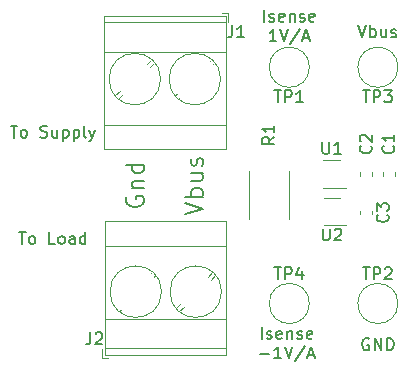
<source format=gto>
%TF.GenerationSoftware,KiCad,Pcbnew,(5.1.6)-1*%
%TF.CreationDate,2020-08-13T16:19:10+01:00*%
%TF.ProjectId,current_sense,63757272-656e-4745-9f73-656e73652e6b,rev?*%
%TF.SameCoordinates,Original*%
%TF.FileFunction,Legend,Top*%
%TF.FilePolarity,Positive*%
%FSLAX46Y46*%
G04 Gerber Fmt 4.6, Leading zero omitted, Abs format (unit mm)*
G04 Created by KiCad (PCBNEW (5.1.6)-1) date 2020-08-13 16:19:10*
%MOMM*%
%LPD*%
G01*
G04 APERTURE LIST*
%ADD10C,0.150000*%
%ADD11C,0.120000*%
G04 APERTURE END LIST*
D10*
X107119047Y-93952380D02*
X107690476Y-93952380D01*
X107404761Y-94952380D02*
X107404761Y-93952380D01*
X108166666Y-94952380D02*
X108071428Y-94904761D01*
X108023809Y-94857142D01*
X107976190Y-94761904D01*
X107976190Y-94476190D01*
X108023809Y-94380952D01*
X108071428Y-94333333D01*
X108166666Y-94285714D01*
X108309523Y-94285714D01*
X108404761Y-94333333D01*
X108452380Y-94380952D01*
X108500000Y-94476190D01*
X108500000Y-94761904D01*
X108452380Y-94857142D01*
X108404761Y-94904761D01*
X108309523Y-94952380D01*
X108166666Y-94952380D01*
X110166666Y-94952380D02*
X109690476Y-94952380D01*
X109690476Y-93952380D01*
X110642857Y-94952380D02*
X110547619Y-94904761D01*
X110500000Y-94857142D01*
X110452380Y-94761904D01*
X110452380Y-94476190D01*
X110500000Y-94380952D01*
X110547619Y-94333333D01*
X110642857Y-94285714D01*
X110785714Y-94285714D01*
X110880952Y-94333333D01*
X110928571Y-94380952D01*
X110976190Y-94476190D01*
X110976190Y-94761904D01*
X110928571Y-94857142D01*
X110880952Y-94904761D01*
X110785714Y-94952380D01*
X110642857Y-94952380D01*
X111833333Y-94952380D02*
X111833333Y-94428571D01*
X111785714Y-94333333D01*
X111690476Y-94285714D01*
X111500000Y-94285714D01*
X111404761Y-94333333D01*
X111833333Y-94904761D02*
X111738095Y-94952380D01*
X111500000Y-94952380D01*
X111404761Y-94904761D01*
X111357142Y-94809523D01*
X111357142Y-94714285D01*
X111404761Y-94619047D01*
X111500000Y-94571428D01*
X111738095Y-94571428D01*
X111833333Y-94523809D01*
X112738095Y-94952380D02*
X112738095Y-93952380D01*
X112738095Y-94904761D02*
X112642857Y-94952380D01*
X112452380Y-94952380D01*
X112357142Y-94904761D01*
X112309523Y-94857142D01*
X112261904Y-94761904D01*
X112261904Y-94476190D01*
X112309523Y-94380952D01*
X112357142Y-94333333D01*
X112452380Y-94285714D01*
X112642857Y-94285714D01*
X112738095Y-94333333D01*
X106404761Y-84952380D02*
X106976190Y-84952380D01*
X106690476Y-85952380D02*
X106690476Y-84952380D01*
X107452380Y-85952380D02*
X107357142Y-85904761D01*
X107309523Y-85857142D01*
X107261904Y-85761904D01*
X107261904Y-85476190D01*
X107309523Y-85380952D01*
X107357142Y-85333333D01*
X107452380Y-85285714D01*
X107595238Y-85285714D01*
X107690476Y-85333333D01*
X107738095Y-85380952D01*
X107785714Y-85476190D01*
X107785714Y-85761904D01*
X107738095Y-85857142D01*
X107690476Y-85904761D01*
X107595238Y-85952380D01*
X107452380Y-85952380D01*
X108928571Y-85904761D02*
X109071428Y-85952380D01*
X109309523Y-85952380D01*
X109404761Y-85904761D01*
X109452380Y-85857142D01*
X109500000Y-85761904D01*
X109500000Y-85666666D01*
X109452380Y-85571428D01*
X109404761Y-85523809D01*
X109309523Y-85476190D01*
X109119047Y-85428571D01*
X109023809Y-85380952D01*
X108976190Y-85333333D01*
X108928571Y-85238095D01*
X108928571Y-85142857D01*
X108976190Y-85047619D01*
X109023809Y-85000000D01*
X109119047Y-84952380D01*
X109357142Y-84952380D01*
X109500000Y-85000000D01*
X110357142Y-85285714D02*
X110357142Y-85952380D01*
X109928571Y-85285714D02*
X109928571Y-85809523D01*
X109976190Y-85904761D01*
X110071428Y-85952380D01*
X110214285Y-85952380D01*
X110309523Y-85904761D01*
X110357142Y-85857142D01*
X110833333Y-85285714D02*
X110833333Y-86285714D01*
X110833333Y-85333333D02*
X110928571Y-85285714D01*
X111119047Y-85285714D01*
X111214285Y-85333333D01*
X111261904Y-85380952D01*
X111309523Y-85476190D01*
X111309523Y-85761904D01*
X111261904Y-85857142D01*
X111214285Y-85904761D01*
X111119047Y-85952380D01*
X110928571Y-85952380D01*
X110833333Y-85904761D01*
X111738095Y-85285714D02*
X111738095Y-86285714D01*
X111738095Y-85333333D02*
X111833333Y-85285714D01*
X112023809Y-85285714D01*
X112119047Y-85333333D01*
X112166666Y-85380952D01*
X112214285Y-85476190D01*
X112214285Y-85761904D01*
X112166666Y-85857142D01*
X112119047Y-85904761D01*
X112023809Y-85952380D01*
X111833333Y-85952380D01*
X111738095Y-85904761D01*
X112785714Y-85952380D02*
X112690476Y-85904761D01*
X112642857Y-85809523D01*
X112642857Y-84952380D01*
X113071428Y-85285714D02*
X113309523Y-85952380D01*
X113547619Y-85285714D02*
X113309523Y-85952380D01*
X113214285Y-86190476D01*
X113166666Y-86238095D01*
X113071428Y-86285714D01*
X121178571Y-92464285D02*
X122678571Y-91964285D01*
X121178571Y-91464285D01*
X122678571Y-90964285D02*
X121178571Y-90964285D01*
X121750000Y-90964285D02*
X121678571Y-90821428D01*
X121678571Y-90535714D01*
X121750000Y-90392857D01*
X121821428Y-90321428D01*
X121964285Y-90250000D01*
X122392857Y-90250000D01*
X122535714Y-90321428D01*
X122607142Y-90392857D01*
X122678571Y-90535714D01*
X122678571Y-90821428D01*
X122607142Y-90964285D01*
X121678571Y-88964285D02*
X122678571Y-88964285D01*
X121678571Y-89607142D02*
X122464285Y-89607142D01*
X122607142Y-89535714D01*
X122678571Y-89392857D01*
X122678571Y-89178571D01*
X122607142Y-89035714D01*
X122535714Y-88964285D01*
X122607142Y-88321428D02*
X122678571Y-88178571D01*
X122678571Y-87892857D01*
X122607142Y-87750000D01*
X122464285Y-87678571D01*
X122392857Y-87678571D01*
X122250000Y-87750000D01*
X122178571Y-87892857D01*
X122178571Y-88107142D01*
X122107142Y-88250000D01*
X121964285Y-88321428D01*
X121892857Y-88321428D01*
X121750000Y-88250000D01*
X121678571Y-88107142D01*
X121678571Y-87892857D01*
X121750000Y-87750000D01*
X116250000Y-90964285D02*
X116178571Y-91107142D01*
X116178571Y-91321428D01*
X116250000Y-91535714D01*
X116392857Y-91678571D01*
X116535714Y-91750000D01*
X116821428Y-91821428D01*
X117035714Y-91821428D01*
X117321428Y-91750000D01*
X117464285Y-91678571D01*
X117607142Y-91535714D01*
X117678571Y-91321428D01*
X117678571Y-91178571D01*
X117607142Y-90964285D01*
X117535714Y-90892857D01*
X117035714Y-90892857D01*
X117035714Y-91178571D01*
X116678571Y-90250000D02*
X117678571Y-90250000D01*
X116821428Y-90250000D02*
X116750000Y-90178571D01*
X116678571Y-90035714D01*
X116678571Y-89821428D01*
X116750000Y-89678571D01*
X116892857Y-89607142D01*
X117678571Y-89607142D01*
X117678571Y-88250000D02*
X116178571Y-88250000D01*
X117607142Y-88250000D02*
X117678571Y-88392857D01*
X117678571Y-88678571D01*
X117607142Y-88821428D01*
X117535714Y-88892857D01*
X117392857Y-88964285D01*
X116964285Y-88964285D01*
X116821428Y-88892857D01*
X116750000Y-88821428D01*
X116678571Y-88678571D01*
X116678571Y-88392857D01*
X116750000Y-88250000D01*
X127674952Y-103005380D02*
X127674952Y-102005380D01*
X128103523Y-102957761D02*
X128198761Y-103005380D01*
X128389238Y-103005380D01*
X128484476Y-102957761D01*
X128532095Y-102862523D01*
X128532095Y-102814904D01*
X128484476Y-102719666D01*
X128389238Y-102672047D01*
X128246380Y-102672047D01*
X128151142Y-102624428D01*
X128103523Y-102529190D01*
X128103523Y-102481571D01*
X128151142Y-102386333D01*
X128246380Y-102338714D01*
X128389238Y-102338714D01*
X128484476Y-102386333D01*
X129341619Y-102957761D02*
X129246380Y-103005380D01*
X129055904Y-103005380D01*
X128960666Y-102957761D01*
X128913047Y-102862523D01*
X128913047Y-102481571D01*
X128960666Y-102386333D01*
X129055904Y-102338714D01*
X129246380Y-102338714D01*
X129341619Y-102386333D01*
X129389238Y-102481571D01*
X129389238Y-102576809D01*
X128913047Y-102672047D01*
X129817809Y-102338714D02*
X129817809Y-103005380D01*
X129817809Y-102433952D02*
X129865428Y-102386333D01*
X129960666Y-102338714D01*
X130103523Y-102338714D01*
X130198761Y-102386333D01*
X130246380Y-102481571D01*
X130246380Y-103005380D01*
X130674952Y-102957761D02*
X130770190Y-103005380D01*
X130960666Y-103005380D01*
X131055904Y-102957761D01*
X131103523Y-102862523D01*
X131103523Y-102814904D01*
X131055904Y-102719666D01*
X130960666Y-102672047D01*
X130817809Y-102672047D01*
X130722571Y-102624428D01*
X130674952Y-102529190D01*
X130674952Y-102481571D01*
X130722571Y-102386333D01*
X130817809Y-102338714D01*
X130960666Y-102338714D01*
X131055904Y-102386333D01*
X131913047Y-102957761D02*
X131817809Y-103005380D01*
X131627333Y-103005380D01*
X131532095Y-102957761D01*
X131484476Y-102862523D01*
X131484476Y-102481571D01*
X131532095Y-102386333D01*
X131627333Y-102338714D01*
X131817809Y-102338714D01*
X131913047Y-102386333D01*
X131960666Y-102481571D01*
X131960666Y-102576809D01*
X131484476Y-102672047D01*
X127555904Y-104274428D02*
X128317809Y-104274428D01*
X129317809Y-104655380D02*
X128746380Y-104655380D01*
X129032095Y-104655380D02*
X129032095Y-103655380D01*
X128936857Y-103798238D01*
X128841619Y-103893476D01*
X128746380Y-103941095D01*
X129603523Y-103655380D02*
X129936857Y-104655380D01*
X130270190Y-103655380D01*
X131317809Y-103607761D02*
X130460666Y-104893476D01*
X131603523Y-104369666D02*
X132079714Y-104369666D01*
X131508285Y-104655380D02*
X131841619Y-103655380D01*
X132174952Y-104655380D01*
X135857142Y-76452380D02*
X136190476Y-77452380D01*
X136523809Y-76452380D01*
X136857142Y-77452380D02*
X136857142Y-76452380D01*
X136857142Y-76833333D02*
X136952380Y-76785714D01*
X137142857Y-76785714D01*
X137238095Y-76833333D01*
X137285714Y-76880952D01*
X137333333Y-76976190D01*
X137333333Y-77261904D01*
X137285714Y-77357142D01*
X137238095Y-77404761D01*
X137142857Y-77452380D01*
X136952380Y-77452380D01*
X136857142Y-77404761D01*
X138190476Y-76785714D02*
X138190476Y-77452380D01*
X137761904Y-76785714D02*
X137761904Y-77309523D01*
X137809523Y-77404761D01*
X137904761Y-77452380D01*
X138047619Y-77452380D01*
X138142857Y-77404761D01*
X138190476Y-77357142D01*
X138619047Y-77404761D02*
X138714285Y-77452380D01*
X138904761Y-77452380D01*
X139000000Y-77404761D01*
X139047619Y-77309523D01*
X139047619Y-77261904D01*
X139000000Y-77166666D01*
X138904761Y-77119047D01*
X138761904Y-77119047D01*
X138666666Y-77071428D01*
X138619047Y-76976190D01*
X138619047Y-76928571D01*
X138666666Y-76833333D01*
X138761904Y-76785714D01*
X138904761Y-76785714D01*
X139000000Y-76833333D01*
X136738095Y-103000000D02*
X136642857Y-102952380D01*
X136500000Y-102952380D01*
X136357142Y-103000000D01*
X136261904Y-103095238D01*
X136214285Y-103190476D01*
X136166666Y-103380952D01*
X136166666Y-103523809D01*
X136214285Y-103714285D01*
X136261904Y-103809523D01*
X136357142Y-103904761D01*
X136500000Y-103952380D01*
X136595238Y-103952380D01*
X136738095Y-103904761D01*
X136785714Y-103857142D01*
X136785714Y-103523809D01*
X136595238Y-103523809D01*
X137214285Y-103952380D02*
X137214285Y-102952380D01*
X137785714Y-103952380D01*
X137785714Y-102952380D01*
X138261904Y-103952380D02*
X138261904Y-102952380D01*
X138500000Y-102952380D01*
X138642857Y-103000000D01*
X138738095Y-103095238D01*
X138785714Y-103190476D01*
X138833333Y-103380952D01*
X138833333Y-103523809D01*
X138785714Y-103714285D01*
X138738095Y-103809523D01*
X138642857Y-103904761D01*
X138500000Y-103952380D01*
X138261904Y-103952380D01*
X127880952Y-76127380D02*
X127880952Y-75127380D01*
X128309523Y-76079761D02*
X128404761Y-76127380D01*
X128595238Y-76127380D01*
X128690476Y-76079761D01*
X128738095Y-75984523D01*
X128738095Y-75936904D01*
X128690476Y-75841666D01*
X128595238Y-75794047D01*
X128452380Y-75794047D01*
X128357142Y-75746428D01*
X128309523Y-75651190D01*
X128309523Y-75603571D01*
X128357142Y-75508333D01*
X128452380Y-75460714D01*
X128595238Y-75460714D01*
X128690476Y-75508333D01*
X129547619Y-76079761D02*
X129452380Y-76127380D01*
X129261904Y-76127380D01*
X129166666Y-76079761D01*
X129119047Y-75984523D01*
X129119047Y-75603571D01*
X129166666Y-75508333D01*
X129261904Y-75460714D01*
X129452380Y-75460714D01*
X129547619Y-75508333D01*
X129595238Y-75603571D01*
X129595238Y-75698809D01*
X129119047Y-75794047D01*
X130023809Y-75460714D02*
X130023809Y-76127380D01*
X130023809Y-75555952D02*
X130071428Y-75508333D01*
X130166666Y-75460714D01*
X130309523Y-75460714D01*
X130404761Y-75508333D01*
X130452380Y-75603571D01*
X130452380Y-76127380D01*
X130880952Y-76079761D02*
X130976190Y-76127380D01*
X131166666Y-76127380D01*
X131261904Y-76079761D01*
X131309523Y-75984523D01*
X131309523Y-75936904D01*
X131261904Y-75841666D01*
X131166666Y-75794047D01*
X131023809Y-75794047D01*
X130928571Y-75746428D01*
X130880952Y-75651190D01*
X130880952Y-75603571D01*
X130928571Y-75508333D01*
X131023809Y-75460714D01*
X131166666Y-75460714D01*
X131261904Y-75508333D01*
X132119047Y-76079761D02*
X132023809Y-76127380D01*
X131833333Y-76127380D01*
X131738095Y-76079761D01*
X131690476Y-75984523D01*
X131690476Y-75603571D01*
X131738095Y-75508333D01*
X131833333Y-75460714D01*
X132023809Y-75460714D01*
X132119047Y-75508333D01*
X132166666Y-75603571D01*
X132166666Y-75698809D01*
X131690476Y-75794047D01*
X128904761Y-77777380D02*
X128333333Y-77777380D01*
X128619047Y-77777380D02*
X128619047Y-76777380D01*
X128523809Y-76920238D01*
X128428571Y-77015476D01*
X128333333Y-77063095D01*
X129190476Y-76777380D02*
X129523809Y-77777380D01*
X129857142Y-76777380D01*
X130904761Y-76729761D02*
X130047619Y-78015476D01*
X131190476Y-77491666D02*
X131666666Y-77491666D01*
X131095238Y-77777380D02*
X131428571Y-76777380D01*
X131761904Y-77777380D01*
D11*
%TO.C,TP4*%
X131700000Y-100000000D02*
G75*
G03*
X131700000Y-100000000I-1700000J0D01*
G01*
%TO.C,TP3*%
X139200000Y-80000000D02*
G75*
G03*
X139200000Y-80000000I-1700000J0D01*
G01*
%TO.C,TP2*%
X139200000Y-100000000D02*
G75*
G03*
X139200000Y-100000000I-1700000J0D01*
G01*
%TO.C,TP1*%
X131700000Y-80000000D02*
G75*
G03*
X131700000Y-80000000I-1700000J0D01*
G01*
%TO.C,U2*%
X132904000Y-93362000D02*
X134804000Y-93362000D01*
X134304000Y-91042000D02*
X132904000Y-91042000D01*
%TO.C,C3*%
X137035000Y-92140721D02*
X137035000Y-92466279D01*
X136015000Y-92140721D02*
X136015000Y-92466279D01*
%TO.C,U1*%
X132861800Y-90187000D02*
X134761800Y-90187000D01*
X134261800Y-87867000D02*
X132861800Y-87867000D01*
%TO.C,R1*%
X126560000Y-92857064D02*
X126560000Y-88752936D01*
X129980000Y-92857064D02*
X129980000Y-88752936D01*
%TO.C,J2*%
X119180000Y-99000000D02*
G75*
G03*
X119180000Y-99000000I-2180000J0D01*
G01*
X124260000Y-99000000D02*
G75*
G03*
X124260000Y-99000000I-2180000J0D01*
G01*
X114400000Y-103800000D02*
X124680000Y-103800000D01*
X114400000Y-101300000D02*
X124680000Y-101300000D01*
X114400000Y-95100000D02*
X124680000Y-95100000D01*
X114400000Y-93040000D02*
X124680000Y-93040000D01*
X114400000Y-104360000D02*
X124680000Y-104360000D01*
X114400000Y-93040000D02*
X114400000Y-104360000D01*
X124680000Y-93040000D02*
X124680000Y-104360000D01*
X118654000Y-97612000D02*
X118547000Y-97719000D01*
X115718000Y-100547000D02*
X115612000Y-100654000D01*
X118388000Y-97346000D02*
X118281000Y-97453000D01*
X115452000Y-100281000D02*
X115346000Y-100388000D01*
X123734000Y-97612000D02*
X123339000Y-98008000D01*
X121073000Y-100274000D02*
X120693000Y-100654000D01*
X123468000Y-97346000D02*
X123088000Y-97726000D01*
X120822000Y-99992000D02*
X120427000Y-100388000D01*
X114160000Y-103860000D02*
X114160000Y-104600000D01*
X114160000Y-104600000D02*
X114660000Y-104600000D01*
%TO.C,J1*%
X124180000Y-81000000D02*
G75*
G03*
X124180000Y-81000000I-2180000J0D01*
G01*
X119100000Y-81000000D02*
G75*
G03*
X119100000Y-81000000I-2180000J0D01*
G01*
X124600000Y-76200000D02*
X114320000Y-76200000D01*
X124600000Y-78700000D02*
X114320000Y-78700000D01*
X124600000Y-84900000D02*
X114320000Y-84900000D01*
X124600000Y-86960000D02*
X114320000Y-86960000D01*
X124600000Y-75640000D02*
X114320000Y-75640000D01*
X124600000Y-86960000D02*
X124600000Y-75640000D01*
X114320000Y-86960000D02*
X114320000Y-75640000D01*
X120346000Y-82388000D02*
X120453000Y-82281000D01*
X123282000Y-79453000D02*
X123388000Y-79346000D01*
X120612000Y-82654000D02*
X120719000Y-82547000D01*
X123548000Y-79719000D02*
X123654000Y-79612000D01*
X115266000Y-82388000D02*
X115661000Y-81992000D01*
X117927000Y-79726000D02*
X118307000Y-79346000D01*
X115532000Y-82654000D02*
X115912000Y-82274000D01*
X118178000Y-80008000D02*
X118573000Y-79612000D01*
X124840000Y-76140000D02*
X124840000Y-75400000D01*
X124840000Y-75400000D02*
X124340000Y-75400000D01*
%TO.C,C2*%
X137035000Y-88864221D02*
X137035000Y-89189779D01*
X136015000Y-88864221D02*
X136015000Y-89189779D01*
%TO.C,C1*%
X138940000Y-88864221D02*
X138940000Y-89189779D01*
X137920000Y-88864221D02*
X137920000Y-89189779D01*
%TO.C,TP4*%
D10*
X128738095Y-96952380D02*
X129309523Y-96952380D01*
X129023809Y-97952380D02*
X129023809Y-96952380D01*
X129642857Y-97952380D02*
X129642857Y-96952380D01*
X130023809Y-96952380D01*
X130119047Y-97000000D01*
X130166666Y-97047619D01*
X130214285Y-97142857D01*
X130214285Y-97285714D01*
X130166666Y-97380952D01*
X130119047Y-97428571D01*
X130023809Y-97476190D01*
X129642857Y-97476190D01*
X131071428Y-97285714D02*
X131071428Y-97952380D01*
X130833333Y-96904761D02*
X130595238Y-97619047D01*
X131214285Y-97619047D01*
%TO.C,TP3*%
X136238095Y-81952380D02*
X136809523Y-81952380D01*
X136523809Y-82952380D02*
X136523809Y-81952380D01*
X137142857Y-82952380D02*
X137142857Y-81952380D01*
X137523809Y-81952380D01*
X137619047Y-82000000D01*
X137666666Y-82047619D01*
X137714285Y-82142857D01*
X137714285Y-82285714D01*
X137666666Y-82380952D01*
X137619047Y-82428571D01*
X137523809Y-82476190D01*
X137142857Y-82476190D01*
X138047619Y-81952380D02*
X138666666Y-81952380D01*
X138333333Y-82333333D01*
X138476190Y-82333333D01*
X138571428Y-82380952D01*
X138619047Y-82428571D01*
X138666666Y-82523809D01*
X138666666Y-82761904D01*
X138619047Y-82857142D01*
X138571428Y-82904761D01*
X138476190Y-82952380D01*
X138190476Y-82952380D01*
X138095238Y-82904761D01*
X138047619Y-82857142D01*
%TO.C,TP2*%
X136238095Y-96952380D02*
X136809523Y-96952380D01*
X136523809Y-97952380D02*
X136523809Y-96952380D01*
X137142857Y-97952380D02*
X137142857Y-96952380D01*
X137523809Y-96952380D01*
X137619047Y-97000000D01*
X137666666Y-97047619D01*
X137714285Y-97142857D01*
X137714285Y-97285714D01*
X137666666Y-97380952D01*
X137619047Y-97428571D01*
X137523809Y-97476190D01*
X137142857Y-97476190D01*
X138095238Y-97047619D02*
X138142857Y-97000000D01*
X138238095Y-96952380D01*
X138476190Y-96952380D01*
X138571428Y-97000000D01*
X138619047Y-97047619D01*
X138666666Y-97142857D01*
X138666666Y-97238095D01*
X138619047Y-97380952D01*
X138047619Y-97952380D01*
X138666666Y-97952380D01*
%TO.C,TP1*%
X128738095Y-81952380D02*
X129309523Y-81952380D01*
X129023809Y-82952380D02*
X129023809Y-81952380D01*
X129642857Y-82952380D02*
X129642857Y-81952380D01*
X130023809Y-81952380D01*
X130119047Y-82000000D01*
X130166666Y-82047619D01*
X130214285Y-82142857D01*
X130214285Y-82285714D01*
X130166666Y-82380952D01*
X130119047Y-82428571D01*
X130023809Y-82476190D01*
X129642857Y-82476190D01*
X131166666Y-82952380D02*
X130595238Y-82952380D01*
X130880952Y-82952380D02*
X130880952Y-81952380D01*
X130785714Y-82095238D01*
X130690476Y-82190476D01*
X130595238Y-82238095D01*
%TO.C,U2*%
X132842095Y-93654380D02*
X132842095Y-94463904D01*
X132889714Y-94559142D01*
X132937333Y-94606761D01*
X133032571Y-94654380D01*
X133223047Y-94654380D01*
X133318285Y-94606761D01*
X133365904Y-94559142D01*
X133413523Y-94463904D01*
X133413523Y-93654380D01*
X133842095Y-93749619D02*
X133889714Y-93702000D01*
X133984952Y-93654380D01*
X134223047Y-93654380D01*
X134318285Y-93702000D01*
X134365904Y-93749619D01*
X134413523Y-93844857D01*
X134413523Y-93940095D01*
X134365904Y-94082952D01*
X133794476Y-94654380D01*
X134413523Y-94654380D01*
%TO.C,C3*%
X138312142Y-92470166D02*
X138359761Y-92517785D01*
X138407380Y-92660642D01*
X138407380Y-92755880D01*
X138359761Y-92898738D01*
X138264523Y-92993976D01*
X138169285Y-93041595D01*
X137978809Y-93089214D01*
X137835952Y-93089214D01*
X137645476Y-93041595D01*
X137550238Y-92993976D01*
X137455000Y-92898738D01*
X137407380Y-92755880D01*
X137407380Y-92660642D01*
X137455000Y-92517785D01*
X137502619Y-92470166D01*
X137407380Y-92136833D02*
X137407380Y-91517785D01*
X137788333Y-91851119D01*
X137788333Y-91708261D01*
X137835952Y-91613023D01*
X137883571Y-91565404D01*
X137978809Y-91517785D01*
X138216904Y-91517785D01*
X138312142Y-91565404D01*
X138359761Y-91613023D01*
X138407380Y-91708261D01*
X138407380Y-91993976D01*
X138359761Y-92089214D01*
X138312142Y-92136833D01*
%TO.C,U1*%
X132799895Y-86320380D02*
X132799895Y-87129904D01*
X132847514Y-87225142D01*
X132895133Y-87272761D01*
X132990371Y-87320380D01*
X133180847Y-87320380D01*
X133276085Y-87272761D01*
X133323704Y-87225142D01*
X133371323Y-87129904D01*
X133371323Y-86320380D01*
X134371323Y-87320380D02*
X133799895Y-87320380D01*
X134085609Y-87320380D02*
X134085609Y-86320380D01*
X133990371Y-86463238D01*
X133895133Y-86558476D01*
X133799895Y-86606095D01*
%TO.C,R1*%
X128722380Y-85891666D02*
X128246190Y-86225000D01*
X128722380Y-86463095D02*
X127722380Y-86463095D01*
X127722380Y-86082142D01*
X127770000Y-85986904D01*
X127817619Y-85939285D01*
X127912857Y-85891666D01*
X128055714Y-85891666D01*
X128150952Y-85939285D01*
X128198571Y-85986904D01*
X128246190Y-86082142D01*
X128246190Y-86463095D01*
X128722380Y-84939285D02*
X128722380Y-85510714D01*
X128722380Y-85225000D02*
X127722380Y-85225000D01*
X127865238Y-85320238D01*
X127960476Y-85415476D01*
X128008095Y-85510714D01*
%TO.C,J2*%
X113166666Y-102452380D02*
X113166666Y-103166666D01*
X113119047Y-103309523D01*
X113023809Y-103404761D01*
X112880952Y-103452380D01*
X112785714Y-103452380D01*
X113595238Y-102547619D02*
X113642857Y-102500000D01*
X113738095Y-102452380D01*
X113976190Y-102452380D01*
X114071428Y-102500000D01*
X114119047Y-102547619D01*
X114166666Y-102642857D01*
X114166666Y-102738095D01*
X114119047Y-102880952D01*
X113547619Y-103452380D01*
X114166666Y-103452380D01*
%TO.C,J1*%
X125166666Y-76452380D02*
X125166666Y-77166666D01*
X125119047Y-77309523D01*
X125023809Y-77404761D01*
X124880952Y-77452380D01*
X124785714Y-77452380D01*
X126166666Y-77452380D02*
X125595238Y-77452380D01*
X125880952Y-77452380D02*
X125880952Y-76452380D01*
X125785714Y-76595238D01*
X125690476Y-76690476D01*
X125595238Y-76738095D01*
%TO.C,C2*%
X136882142Y-86653666D02*
X136929761Y-86701285D01*
X136977380Y-86844142D01*
X136977380Y-86939380D01*
X136929761Y-87082238D01*
X136834523Y-87177476D01*
X136739285Y-87225095D01*
X136548809Y-87272714D01*
X136405952Y-87272714D01*
X136215476Y-87225095D01*
X136120238Y-87177476D01*
X136025000Y-87082238D01*
X135977380Y-86939380D01*
X135977380Y-86844142D01*
X136025000Y-86701285D01*
X136072619Y-86653666D01*
X136072619Y-86272714D02*
X136025000Y-86225095D01*
X135977380Y-86129857D01*
X135977380Y-85891761D01*
X136025000Y-85796523D01*
X136072619Y-85748904D01*
X136167857Y-85701285D01*
X136263095Y-85701285D01*
X136405952Y-85748904D01*
X136977380Y-86320333D01*
X136977380Y-85701285D01*
%TO.C,C1*%
X138787142Y-86653666D02*
X138834761Y-86701285D01*
X138882380Y-86844142D01*
X138882380Y-86939380D01*
X138834761Y-87082238D01*
X138739523Y-87177476D01*
X138644285Y-87225095D01*
X138453809Y-87272714D01*
X138310952Y-87272714D01*
X138120476Y-87225095D01*
X138025238Y-87177476D01*
X137930000Y-87082238D01*
X137882380Y-86939380D01*
X137882380Y-86844142D01*
X137930000Y-86701285D01*
X137977619Y-86653666D01*
X138882380Y-85701285D02*
X138882380Y-86272714D01*
X138882380Y-85987000D02*
X137882380Y-85987000D01*
X138025238Y-86082238D01*
X138120476Y-86177476D01*
X138168095Y-86272714D01*
%TD*%
M02*

</source>
